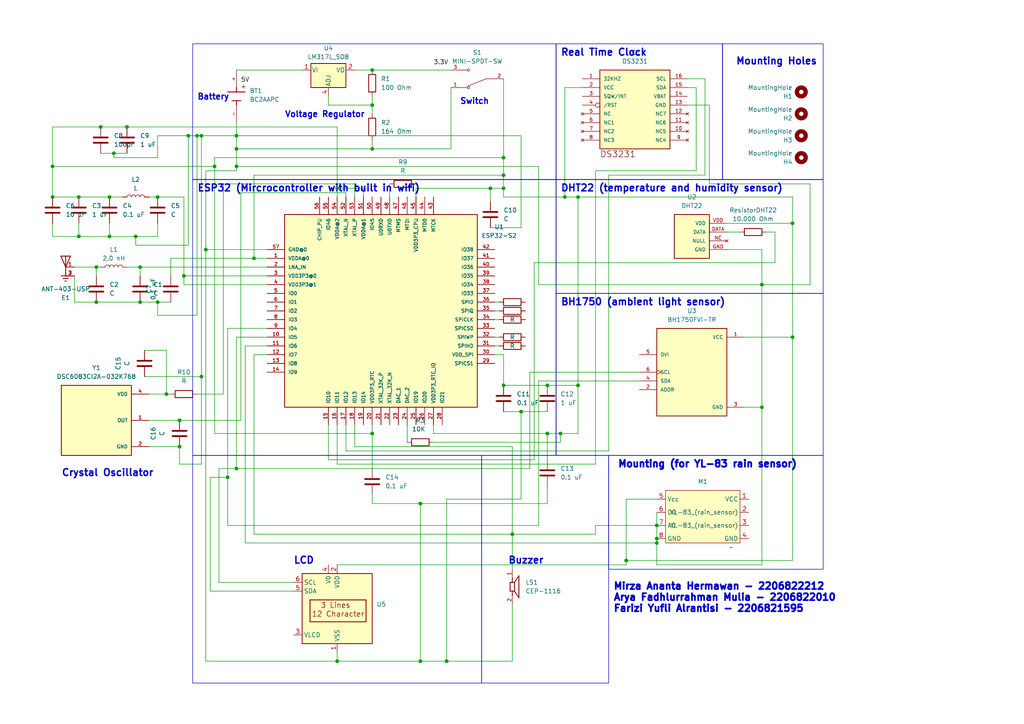
<source format=kicad_sch>
(kicad_sch (version 20230121) (generator eeschema)
  (paper "A4")
  (title_block (title "Portable Battery-Powered Weather Monitoring System") (date "2024-05-29"))
  (lib_symbols
    (symbol "ANT-403-USP:ANT-403-USP" (pin_names (offset 1.016))
      (property "Reference" "E" (at 2.0344 0.7629 0))
      (property "Value" "ANT-403-USP" (at 2.1628 -1.0178 0))
      (symbol "ANT-403-USP_0_0"
        (polyline (pts (xy -1.397 3.175) (xy 0 3.175)) (stroke (width 0.254)))
        (polyline (pts (xy -0.762 -3.302) (xy 0.762 -3.302)) (stroke (width 0.254)))
        (polyline (pts (xy -0.127 -4.064) (xy 0.254 -4.064)) (stroke (width 0.254)))
        (polyline (pts (xy 0 -2.54) (xy -1.27 -2.54)) (stroke (width 0.254)))
        (polyline (pts (xy 0 -2.54) (xy 1.27 -2.54)) (stroke (width 0.254)))
        (polyline (pts (xy 0 0) (xy -1.397 3.175)) (stroke (width 0.254)))
        (polyline (pts (xy 0 0) (xy 0 -2.54)) (stroke (width 0.254)))
        (polyline (pts (xy 0 3.175) (xy 0 0)) (stroke (width 0.254)))
        (polyline (pts (xy 0 3.175) (xy 1.397 3.175)) (stroke (width 0.254)))
        (polyline (pts (xy 1.397 3.175) (xy 0 0)) (stroke (width 0.254)))
        (pin passive line (at -2.54 0 0) (length 2.54) (name "~") (number "1"))
        (pin power_in line (at -2.54 -2.54 0) (length 2.54) (name "~") (number "2"))
        (pin power_in line (at -2.54 -2.54 0) (length 2.54) (name "~") (number "3"))
      )
    )
    (symbol "BC2AAPC:BC2AAPC" (pin_names (offset 1.016))
      (property "Reference" "BT" (at -6.3614 3.8138 0))
      (property "Value" "BC2AAPC" (at -6.3618 -6.3579 0))
      (symbol "BC2AAPC_0_0"
        (polyline (pts (xy -3.302 2.032) (xy -2.286 2.032)) (stroke (width 0.1524)))
        (polyline (pts (xy -2.794 2.54) (xy -2.794 1.524)) (stroke (width 0.1524)))
        (polyline (pts (xy -2.54 0) (xy -1.27 0)) (stroke (width 0.254)))
        (polyline (pts (xy -1.27 0) (xy -1.27 -2.54)) (stroke (width 0.254)))
        (polyline (pts (xy -1.27 2.54) (xy -1.27 0)) (stroke (width 0.254)))
        (polyline (pts (xy 1.27 0) (xy 1.27 -1.27)) (stroke (width 0.254)))
        (polyline (pts (xy 1.27 0) (xy 2.54 0)) (stroke (width 0.254)))
        (polyline (pts (xy 1.27 1.27) (xy 1.27 0)) (stroke (width 0.254)))
        (pin passive line (at -7.62 0 0) (length 5.08) (name "~") (number "+"))
        (pin passive line (at 7.62 0 180) (length 5.08) (name "~") (number "-"))
      )
    )
    (symbol "BH1750FVI-TR:BH1750FVI-TR" (pin_names (offset 1.016))
      (property "Reference" "U" (at -10.1737 13.462 0))
      (property "Value" "BH1750FVI-TR" (at -9.922 -15.24 0))
      (symbol "BH1750FVI-TR_0_0"
        (rectangle (start -10.16 -12.7) (end 10.16 12.7) (stroke (width 0.254)) (fill (type background)))
        (pin power_in line (at 15.24 10.16 180) (length 5.08) (name "VCC") (number "1"))
        (pin input line (at -15.24 -5.08 0) (length 5.08) (name "ADDR") (number "2"))
        (pin power_in line (at 15.24 -10.16 180) (length 5.08) (name "GND") (number "3"))
        (pin bidirectional line (at -15.24 -2.54 0) (length 5.08) (name "SDA") (number "4"))
        (pin input line (at -15.24 5.08 0) (length 5.08) (name "DVI") (number "5"))
        (pin input clock (at -15.24 0 0) (length 5.08) (name "SCL") (number "6"))
      )
    )
    (symbol "CEP-1116:CEP-1116" (pin_names (offset 1.016))
      (property "Reference" "LS" (at -3.8128 8.8965 0))
      (property "Value" "CEP-1116" (at -3.8171 -11.4513 0))
      (symbol "CEP-1116_0_0"
        (polyline (pts (xy -0.635 -1.27) (xy -0.635 1.27)) (stroke (width 0.254)))
        (polyline (pts (xy -0.635 1.27) (xy 0 1.27)) (stroke (width 0.254)))
        (polyline (pts (xy 0 -1.27) (xy -0.635 -1.27)) (stroke (width 0.254)))
        (polyline (pts (xy 0 -1.27) (xy 0 -2.54)) (stroke (width 0.254)))
        (polyline (pts (xy 0 1.27) (xy 0 2.54)) (stroke (width 0.254)))
        (polyline (pts (xy 0 1.27) (xy 0.635 1.27)) (stroke (width 0.254)))
        (polyline (pts (xy 0.635 -1.27) (xy 0 -1.27)) (stroke (width 0.254)))
        (polyline (pts (xy 0.635 1.27) (xy 0.635 -1.27)) (stroke (width 0.254)))
        (polyline (pts (xy 0.635 1.27) (xy 1.905 3.175)) (stroke (width 0.254)))
        (polyline (pts (xy 1.905 -3.175) (xy 0.635 -1.27)) (stroke (width 0.254)))
        (polyline (pts (xy 1.905 3.175) (xy 1.905 -3.175)) (stroke (width 0.254)))
        (pin passive line (at 0 5.08 270) (length 2.54) (name "~") (number "1"))
        (pin passive line (at 0 -5.08 90) (length 2.54) (name "~") (number "2"))
      )
    )
    (symbol "DHT22:DHT22" (pin_names (offset 1.016))
      (property "Reference" "U" (at 0 0 0))
      (property "Value" "DHT22" (at 0 0 0))
      (symbol "DHT22_0_0"
        (rectangle (start 0 0) (end 10.16 12.7) (stroke (width 0.254)) (fill (type background)))
        (pin output line (at 15.24 7.62 180) (length 5.08) (name "DATA") (number "DATA"))
        (pin power_in line (at 15.24 2.54 180) (length 5.08) (name "GND") (number "GND"))
        (pin no_connect line (at 15.24 5.08 180) (length 5.08) (name "NULL") (number "NC"))
        (pin power_in line (at 15.24 10.16 180) (length 5.08) (name "VDD") (number "VDD"))
      )
    )
    (symbol "DS3231:DS3231" (pin_names (offset 1.016))
      (property "Reference" "IC" (at 10.16 15.24 0))
      (property "Value" "DS3231" (at 0 0 0))
      (symbol "DS3231_0_0"
        (rectangle (start -10.16 -10.16) (end 10.16 12.7) (stroke (width 0.254)) (fill (type background)))
        (text "DS3231" (at -10.16 -12.7 0) (effects (font (size 1.778 1.778)) (justify left bottom)))
        (pin output line (at -15.24 10.16 0) (length 5.08) (name "32KHZ") (number "1"))
        (pin no_connect line (at 15.24 -5.08 180) (length 5.08) (name "NC5") (number "10"))
        (pin no_connect line (at 15.24 -2.54 180) (length 5.08) (name "NC6") (number "11"))
        (pin no_connect line (at 15.24 0 180) (length 5.08) (name "NC7") (number "12"))
        (pin power_in line (at 15.24 2.54 180) (length 5.08) (name "GND") (number "13"))
        (pin power_in line (at 15.24 5.08 180) (length 5.08) (name "VBAT") (number "14"))
        (pin bidirectional line (at 15.24 7.62 180) (length 5.08) (name "SDA") (number "15"))
        (pin bidirectional line (at 15.24 10.16 180) (length 5.08) (name "SCL") (number "16"))
        (pin power_in line (at -15.24 7.62 0) (length 5.08) (name "VCC") (number "2"))
        (pin output line (at -15.24 5.08 0) (length 5.08) (name "SQW/INT") (number "3"))
        (pin passive inverted (at -15.24 2.54 0) (length 5.08) (name "/RST") (number "4"))
        (pin no_connect line (at -15.24 0 0) (length 5.08) (name "NC") (number "5"))
        (pin no_connect line (at -15.24 -2.54 0) (length 5.08) (name "NC1") (number "6"))
        (pin no_connect line (at -15.24 -5.08 0) (length 5.08) (name "NC2") (number "7"))
        (pin no_connect line (at -15.24 -7.62 0) (length 5.08) (name "NC3") (number "8"))
        (pin no_connect line (at 15.24 -7.62 180) (length 5.08) (name "NC4") (number "9"))
      )
    )
    (symbol "DSC6083CI2A-032K768:DSC6083CI2A-032K768" (pin_names (offset 1.016))
      (property "Reference" "Y" (at -10.1626 10.9247 0))
      (property "Value" "DSC6083CI2A-032K768" (at -10.1629 -12.7037 0))
      (symbol "DSC6083CI2A-032K768_0_0"
        (rectangle (start -10.16 -10.16) (end 10.16 10.16) (stroke (width 0.254)) (fill (type background)))
        (pin output line (at 15.24 0 180) (length 5.08) (name "OUT") (number "1"))
        (pin power_in line (at 15.24 -7.62 180) (length 5.08) (name "GND") (number "2"))
        (pin power_in line (at 15.24 7.62 180) (length 5.08) (name "VDD") (number "4"))
      )
    )
    (symbol "Device:C" (pin_numbers hide) (pin_names (offset 0.254))
      (property "Reference" "C" (at 0.635 2.54 0))
      (property "Value" "C" (at 0.635 -2.54 0))
      (symbol "C_0_1"
        (polyline (pts (xy -2.032 -0.762) (xy 2.032 -0.762)) (stroke (width 0.508)))
        (polyline (pts (xy -2.032 0.762) (xy 2.032 0.762)) (stroke (width 0.508)))
      )
      (symbol "C_1_1"
        (pin passive line (at 0 3.81 270) (length 2.794) (name "~") (number "1"))
        (pin passive line (at 0 -3.81 90) (length 2.794) (name "~") (number "2"))
      )
    )
    (symbol "Device:L" (pin_numbers hide) (pin_names (offset 1.016) hide)
      (property "Reference" "L" (at -1.27 0 90))
      (property "Value" "L" (at 1.905 0 90))
      (symbol "L_0_1"
        (arc (start 0 -2.54) (mid 0.6323 -1.905) (end 0 -1.27))
        (arc (start 0 -1.27) (mid 0.6323 -0.635) (end 0 0))
        (arc (start 0 0) (mid 0.6323 0.635) (end 0 1.27))
        (arc (start 0 1.27) (mid 0.6323 1.905) (end 0 2.54))
      )
      (symbol "L_1_1"
        (pin passive line (at 0 3.81 270) (length 1.27) (name "1") (number "1"))
        (pin passive line (at 0 -3.81 90) (length 1.27) (name "2") (number "2"))
      )
    )
    (symbol "Device:R" (pin_numbers hide) (pin_names (offset 0))
      (property "Reference" "R" (at 2.032 0 90))
      (property "Value" "R" (at 0 0 90))
      (symbol "R_0_1"
        (rectangle (start -1.016 -2.54) (end 1.016 2.54) (stroke (width 0.254)))
      )
      (symbol "R_1_1"
        (pin passive line (at 0 3.81 270) (length 1.27) (name "~") (number "1"))
        (pin passive line (at 0 -3.81 90) (length 1.27) (name "~") (number "2"))
      )
    )
    (symbol "Display_Character:EA_T123X-I2C"
      (property "Reference" "U" (at -8.89 11.43 0))
      (property "Value" "EA_T123X-I2C" (at 3.556 11.684 0))
      (symbol "EA_T123X-I2C_0_0"
        (rectangle (start -7.874 2.54) (end 8.382 -3.81) (stroke (width 0.254)))
        (text "12 Character" (at -7.366 -1.524 0) (effects (font (size 1.524 1.524)) (justify left)))
        (text "3 Lines" (at -4.826 1.016 0) (effects (font (size 1.524 1.524)) (justify left)))
      )
      (symbol "EA_T123X-I2C_0_1"
        (rectangle (start -10.16 10.16) (end 10.16 -10.16) (stroke (width 0.254)) (fill (type background)))
      )
      (symbol "EA_T123X-I2C_1_1"
        (pin power_in line (at 0 -12.7 90) (length 2.54) (name "VSS") (number "1"))
        (pin power_in line (at 0 12.7 270) (length 2.54) (name "VDD") (number "2"))
        (pin input line (at -12.7 -7.62 0) (length 2.54) (name "VLCD") (number "3"))
        (pin power_in line (at -2.54 12.7 270) (length 2.54) (name "V0") (number "4"))
        (pin bidirectional line (at -12.7 5.08 0) (length 2.54) (name "SDA") (number "5"))
        (pin input line (at -12.7 7.62 0) (length 2.54) (name "SCL") (number "6"))
      )
    )
    (symbol "ESP32-S2:ESP32-S2" (pin_names (offset 1.016))
      (property "Reference" "U" (at -27.94 28.194 0))
      (property "Value" "ESP32-S2" (at -25.4 -30.48 0))
      (symbol "ESP32-S2_0_0"
        (rectangle (start -27.94 -27.94) (end 27.94 27.94) (stroke (width 0.254)) (fill (type background)))
        (pin power_in line (at -33.02 15.24 0) (length 5.08) (name "VDDA@0") (number "1"))
        (pin bidirectional line (at -33.02 -7.62 0) (length 5.08) (name "IO5") (number "10"))
        (pin bidirectional line (at -33.02 -10.16 0) (length 5.08) (name "IO6") (number "11"))
        (pin bidirectional line (at -33.02 -12.7 0) (length 5.08) (name "IO7") (number "12"))
        (pin bidirectional line (at -33.02 -15.24 0) (length 5.08) (name "IO8") (number "13"))
        (pin bidirectional line (at -33.02 -17.78 0) (length 5.08) (name "IO9") (number "14"))
        (pin bidirectional line (at -15.24 -33.02 90) (length 5.08) (name "IO10") (number "15"))
        (pin bidirectional line (at -12.7 -33.02 90) (length 5.08) (name "IO11") (number "16"))
        (pin bidirectional line (at -10.16 -33.02 90) (length 5.08) (name "IO12") (number "17"))
        (pin bidirectional line (at -7.62 -33.02 90) (length 5.08) (name "IO13") (number "18"))
        (pin bidirectional line (at -5.08 -33.02 90) (length 5.08) (name "IO14") (number "19"))
        (pin bidirectional line (at -33.02 12.7 0) (length 5.08) (name "LNA_IN") (number "2"))
        (pin power_in line (at -2.54 -33.02 90) (length 5.08) (name "VDD3P3_RTC") (number "20"))
        (pin bidirectional line (at 0 -33.02 90) (length 5.08) (name "XTAL_32K_P") (number "21"))
        (pin bidirectional line (at 2.54 -33.02 90) (length 5.08) (name "XTAL_32K_N") (number "22"))
        (pin bidirectional line (at 5.08 -33.02 90) (length 5.08) (name "DAC_1") (number "23"))
        (pin bidirectional line (at 7.62 -33.02 90) (length 5.08) (name "DAC_2") (number "24"))
        (pin bidirectional line (at 10.16 -33.02 90) (length 5.08) (name "IO19") (number "25"))
        (pin bidirectional line (at 12.7 -33.02 90) (length 5.08) (name "IO20") (number "26"))
        (pin power_in line (at 15.24 -33.02 90) (length 5.08) (name "VDD3P3_RTC_IO") (number "27"))
        (pin bidirectional line (at 17.78 -33.02 90) (length 5.08) (name "IO21") (number "28"))
        (pin bidirectional line (at 33.02 -15.24 180) (length 5.08) (name "SPICS1") (number "29"))
        (pin power_in line (at -33.02 10.16 0) (length 5.08) (name "VDD3P3@0") (number "3"))
        (pin power_in line (at 33.02 -12.7 180) (length 5.08) (name "VDD_SPI") (number "30"))
        (pin bidirectional line (at 33.02 -10.16 180) (length 5.08) (name "SPIHD") (number "31"))
        (pin bidirectional line (at 33.02 -7.62 180) (length 5.08) (name "SPIWP") (number "32"))
        (pin bidirectional line (at 33.02 -5.08 180) (length 5.08) (name "SPICS0") (number "33"))
        (pin bidirectional line (at 33.02 -2.54 180) (length 5.08) (name "SPICLK") (number "34"))
        (pin bidirectional line (at 33.02 0 180) (length 5.08) (name "SPIQ") (number "35"))
        (pin bidirectional line (at 33.02 2.54 180) (length 5.08) (name "SPID") (number "36"))
        (pin bidirectional line (at 33.02 5.08 180) (length 5.08) (name "IO33") (number "37"))
        (pin bidirectional line (at 33.02 7.62 180) (length 5.08) (name "IO34") (number "38"))
        (pin bidirectional line (at 33.02 10.16 180) (length 5.08) (name "IO35") (number "39"))
        (pin power_in line (at -33.02 7.62 0) (length 5.08) (name "VDD3P3@1") (number "4"))
        (pin bidirectional line (at 33.02 12.7 180) (length 5.08) (name "IO36") (number "40"))
        (pin bidirectional line (at 33.02 15.24 180) (length 5.08) (name "IO37") (number "41"))
        (pin bidirectional line (at 33.02 17.78 180) (length 5.08) (name "IO38") (number "42"))
        (pin bidirectional line (at 15.24 33.02 270) (length 5.08) (name "MTCK") (number "43"))
        (pin bidirectional line (at 12.7 33.02 270) (length 5.08) (name "MTD0") (number "44"))
        (pin power_in line (at 10.16 33.02 270) (length 5.08) (name "VDD3P3_CPU") (number "45"))
        (pin bidirectional line (at 7.62 33.02 270) (length 5.08) (name "MTDI") (number "46"))
        (pin bidirectional line (at 5.08 33.02 270) (length 5.08) (name "MTMS") (number "47"))
        (pin bidirectional line (at 2.54 33.02 270) (length 5.08) (name "U0TXD") (number "48"))
        (pin bidirectional line (at 0 33.02 270) (length 5.08) (name "U0RXD") (number "49"))
        (pin bidirectional line (at -33.02 5.08 0) (length 5.08) (name "IO0") (number "5"))
        (pin bidirectional line (at -2.54 33.02 270) (length 5.08) (name "IO45") (number "50"))
        (pin power_in line (at -5.08 33.02 270) (length 5.08) (name "VDDA@1") (number "51"))
        (pin bidirectional line (at -10.16 33.02 270) (length 5.08) (name "XTAL_N") (number "52"))
        (pin bidirectional line (at -7.62 33.02 270) (length 5.08) (name "XTAL_P") (number "53"))
        (pin power_in line (at -12.7 33.02 270) (length 5.08) (name "VDDA@2") (number "54"))
        (pin input line (at -15.24 33.02 270) (length 5.08) (name "IO46") (number "55"))
        (pin input line (at -17.78 33.02 270) (length 5.08) (name "CHIP_PU") (number "56"))
        (pin power_in line (at -33.02 17.78 0) (length 5.08) (name "GND@0") (number "57"))
        (pin bidirectional line (at -33.02 2.54 0) (length 5.08) (name "IO1") (number "6"))
        (pin bidirectional line (at -33.02 0 0) (length 5.08) (name "IO2") (number "7"))
        (pin bidirectional line (at -33.02 -2.54 0) (length 5.08) (name "IO3") (number "8"))
        (pin bidirectional line (at -33.02 -5.08 0) (length 5.08) (name "IO4") (number "9"))
      )
    )
    (symbol "MINI-SPDT-SW:MINI-SPDT-SW" (pin_names (offset 1.016))
      (property "Reference" "S" (at -2.54 5.08 0))
      (property "Value" "MINI-SPDT-SW" (at -2.54 -5.08 0))
      (symbol "MINI-SPDT-SW_0_0"
        (polyline (pts (xy -2.54 0) (xy -5.08 0)) (stroke (width 0.1524)))
        (polyline (pts (xy -2.54 0) (xy 2.794 2.1336)) (stroke (width 0.1524)))
        (polyline (pts (xy 5.08 -2.54) (xy 2.921 -2.54)) (stroke (width 0.1524)))
        (polyline (pts (xy 5.08 2.54) (xy 2.921 2.54)) (stroke (width 0.1524)))
        (circle (center 2.54 -2.54) (radius 0.3302) (stroke (width 0.1524)))
        (circle (center 2.54 2.54) (radius 0.3302) (stroke (width 0.1524)))
        (pin passive line (at 7.62 2.54 180) (length 2.54) (name "~") (number "1"))
        (pin passive line (at -7.62 0 0) (length 2.54) (name "~") (number "2"))
        (pin passive line (at 7.62 -2.54 180) (length 2.54) (name "~") (number "3"))
      )
    )
    (symbol "Mechanical:MountingHole" (pin_names (offset 1.016))
      (property "Reference" "H" (at 0 5.08 0))
      (property "Value" "MountingHole" (at 0 3.175 0))
      (symbol "MountingHole_0_1"
        (circle (center 0 0) (radius 1.27) (stroke (width 1.27)))
      )
    )
    (symbol "Mounting:Mounting1"
      (property "Reference" "M" (at 0 -1.27 0))
      (symbol "Mounting1_1_1"
        (rectangle (start -11.43 15.24) (end 10.16 0) (fill (type color) (color 255 255 194 1)))
        (pin power_out line (at 12.7 12.7 180) (length 2.54) (name "VCC") (number "1"))
        (pin bidirectional line (at 12.7 8.89 180) (length 2.54) (name "YL-83_(rain_sensor)") (number "2"))
        (pin bidirectional line (at 12.7 5.08 180) (length 2.54) (name "YL-83_(rain_sensor)") (number "3"))
        (pin power_out line (at 12.7 1.27 180) (length 2.54) (name "GND") (number "4"))
        (pin power_in line (at -13.97 12.7 0) (length 2.54) (name "Vcc") (number "5"))
        (pin bidirectional line (at -13.97 8.89 0) (length 2.54) (name "D0") (number "6"))
        (pin bidirectional line (at -13.97 5.08 0) (length 2.54) (name "A0") (number "7"))
        (pin power_in line (at -13.97 1.27 0) (length 2.54) (name "GND") (number "8"))
      )
    )
    (symbol "Regulator_Linear:LM317L_SO8" (pin_names (offset 0.254))
      (property "Reference" "U" (at -3.81 3.175 0))
      (property "Value" "LM317L_SO8" (at 0 3.175 0))
      (symbol "LM317L_SO8_0_1"
        (rectangle (start -5.08 1.905) (end 5.08 -5.08) (stroke (width 0.254)) (fill (type background)))
      )
      (symbol "LM317L_SO8_1_1"
        (pin power_in line (at -7.62 0 0) (length 2.54) (name "VI") (number "1"))
        (pin power_out line (at 7.62 0 180) (length 2.54) (name "VO") (number "2"))
        (pin passive line (at 7.62 0 180) (length 2.54) hide (name "VO") (number "3"))
        (pin input line (at 0 -7.62 90) (length 2.54) (name "ADJ") (number "4"))
        (pin no_connect line (at -5.08 -2.54 0) (length 2.54) hide (name "NC") (number "5"))
        (pin passive line (at 7.62 0 180) (length 2.54) hide (name "VO") (number "6"))
        (pin passive line (at 7.62 0 180) (length 2.54) hide (name "VO") (number "7"))
        (pin no_connect line (at 5.08 -2.54 180) (length 2.54) hide (name "NC") (number "8"))
      )
    )
  )
  (junction (at 45.72 57.15))
  (junction (at 107.95 20.32))
  (junction (at 59.69 72.39))
  (junction (at 167.64 57.15))
  (junction (at 15.24 57.15))
  (junction (at 220.98 118.11))
  (junction (at 48.26 114.3))
  (junction (at 146.05 50.8))
  (junction (at 146.05 45.72))
  (junction (at 121.92 191.77))
  (junction (at 15.24 48.26))
  (junction (at 58.42 109.22))
  (junction (at 62.23 48.26))
  (junction (at 162.56 125.73))
  (junction (at 158.75 111.76))
  (junction (at 151.13 119.38))
  (junction (at 97.79 191.77))
  (junction (at 146.05 54.61))
  (junction (at 68.58 43.18))
  (junction (at 229.87 64.77))
  (junction (at 146.05 111.76))
  (junction (at 167.64 111.76))
  (junction (at 27.94 87.63))
  (junction (at 107.95 30.48))
  (junction (at 68.58 135.89))
  (junction (at 57.15 39.37))
  (junction (at 142.24 54.61))
  (junction (at 163.83 57.15))
  (junction (at 148.59 154.94))
  (junction (at 40.64 87.63))
  (junction (at 45.72 87.63))
  (junction (at 31.75 68.58))
  (junction (at 158.75 125.73))
  (junction (at 53.34 80.01))
  (junction (at 27.94 77.47))
  (junction (at 181.61 162.56))
  (junction (at 107.95 125.73))
  (junction (at 22.86 57.15))
  (junction (at 73.66 74.93))
  (junction (at 190.5 152.4))
  (junction (at 97.79 54.61))
  (junction (at 31.75 57.15))
  (junction (at 190.5 157.48))
  (junction (at 36.83 36.83))
  (junction (at 129.54 191.77))
  (junction (at 39.37 68.58))
  (junction (at 54.61 39.37))
  (junction (at 29.21 36.83))
  (junction (at 52.07 121.92))
  (junction (at 66.04 138.43))
  (junction (at 68.58 48.26))
  (junction (at 107.95 43.18))
  (junction (at 190.5 156.21))
  (junction (at 33.02 44.45))
  (junction (at 229.87 97.79))
  (junction (at 121.92 146.05))
  (junction (at 220.98 82.55))
  (junction (at 40.64 77.47))
  (junction (at 22.86 68.58))
  (junction (at 68.58 39.37))
  (junction (at 58.42 39.37))
  (junction (at 52.07 129.54))
  (wire (pts (xy 215.9 118.11) (xy 220.98 118.11)))
  (wire (pts (xy 58.42 134.62) (xy 52.07 134.62)))
  (wire (pts (xy 45.72 68.58) (xy 45.72 64.77)))
  (wire (pts (xy 146.05 57.15) (xy 163.83 57.15)))
  (wire (pts (xy 45.72 39.37) (xy 45.72 45.72)))
  (wire (pts (xy 220.98 82.55) (xy 220.98 118.11)))
  (wire (pts (xy 31.75 64.77) (xy 31.75 68.58)))
  (wire (pts (xy 107.95 30.48) (xy 107.95 33.02)))
  (wire (pts (xy 68.58 20.32) (xy 87.63 20.32)))
  (wire (pts (xy 62.23 48.26) (xy 62.23 45.72)))
  (wire (pts (xy 129.54 191.77) (xy 148.59 191.77)))
  (wire (pts (xy 68.58 135.89) (xy 153.67 135.89)))
  (wire (pts (xy 158.75 125.73) (xy 158.75 133.35)))
  (wire (pts (xy 143.51 100.33) (xy 144.78 100.33)))
  (wire (pts (xy 68.58 39.37) (xy 68.58 43.18)))
  (wire (pts (xy 64.77 114.3) (xy 57.15 114.3)))
  (wire (pts (xy 53.34 80.01) (xy 53.34 57.15)))
  (wire (pts (xy 48.26 114.3) (xy 49.53 114.3)))
  (wire (pts (xy 22.86 57.15) (xy 31.75 57.15)))
  (wire (pts (xy 168.91 25.4) (xy 163.83 25.4)))
  (wire (pts (xy 129.54 144.78) (xy 129.54 191.77)))
  (wire (pts (xy 201.93 49.53) (xy 172.72 49.53)))
  (wire (pts (xy 172.72 152.4) (xy 172.72 154.94)))
  (wire (pts (xy 66.04 152.4) (xy 156.21 152.4)))
  (wire (pts (xy 68.58 48.26) (xy 156.21 48.26)))
  (wire (pts (xy 204.47 50.8) (xy 176.53 50.8)))
  (wire (pts (xy 146.05 50.8) (xy 146.05 45.72)))
  (wire (pts (xy 190.5 144.78) (xy 181.61 144.78)))
  (wire (pts (xy 199.39 30.48) (xy 205.74 30.48)))
  (wire (pts (xy 63.5 168.91) (xy 63.5 135.89)))
  (wire (pts (xy 148.59 154.94) (xy 73.66 154.94)))
  (wire (pts (xy 151.13 66.04) (xy 151.13 39.37)))
  (wire (pts (xy 121.92 191.77) (xy 129.54 191.77)))
  (wire (pts (xy 77.47 80.01) (xy 53.34 80.01)))
  (wire (pts (xy 58.42 39.37) (xy 68.58 39.37)))
  (wire (pts (xy 172.72 49.53) (xy 172.72 134.62)))
  (wire (pts (xy 181.61 163.83) (xy 181.61 162.56)))
  (wire (pts (xy 158.75 146.05) (xy 158.75 140.97)))
  (wire (pts (xy 22.86 64.77) (xy 22.86 68.58)))
  (wire (pts (xy 158.75 111.76) (xy 146.05 111.76)))
  (wire (pts (xy 40.64 77.47) (xy 77.47 77.47)))
  (wire (pts (xy 102.87 123.19) (xy 102.87 129.54)))
  (wire (pts (xy 190.5 163.83) (xy 220.98 163.83)))
  (wire (pts (xy 146.05 119.38) (xy 151.13 119.38)))
  (wire (pts (xy 234.95 53.34) (xy 234.95 82.55)))
  (wire (pts (xy 58.42 109.22) (xy 58.42 134.62)))
  (wire (pts (xy 100.33 130.81) (xy 100.33 123.19)))
  (wire (pts (xy 45.72 91.44) (xy 57.15 91.44)))
  (wire (pts (xy 45.72 45.72) (xy 33.02 45.72)))
  (wire (pts (xy 45.72 87.63) (xy 45.72 91.44)))
  (wire (pts (xy 36.83 36.83) (xy 97.79 36.83)))
  (wire (pts (xy 167.64 111.76) (xy 167.64 125.73)))
  (wire (pts (xy 29.21 77.47) (xy 27.94 77.47)))
  (wire (pts (xy 68.58 43.18) (xy 68.58 48.26)))
  (wire (pts (xy 120.65 54.61) (xy 142.24 54.61)))
  (wire (pts (xy 181.61 162.56) (xy 229.87 162.56)))
  (wire (pts (xy 151.13 119.38) (xy 151.13 144.78)))
  (wire (pts (xy 33.02 44.45) (xy 33.02 45.72)))
  (wire (pts (xy 41.91 109.22) (xy 58.42 109.22)))
  (wire (pts (xy 29.21 36.83) (xy 36.83 36.83)))
  (wire (pts (xy 97.79 191.77) (xy 121.92 191.77)))
  (wire (pts (xy 21.59 80.01) (xy 21.59 87.63)))
  (wire (pts (xy 68.58 48.26) (xy 68.58 49.53)))
  (wire (pts (xy 21.59 77.47) (xy 27.94 77.47)))
  (wire (pts (xy 107.95 43.18) (xy 68.58 43.18)))
  (wire (pts (xy 162.56 125.73) (xy 167.64 125.73)))
  (wire (pts (xy 151.13 39.37) (xy 68.58 39.37)))
  (wire (pts (xy 190.5 157.48) (xy 190.5 163.83)))
  (wire (pts (xy 107.95 125.73) (xy 107.95 135.89)))
  (wire (pts (xy 54.61 39.37) (xy 57.15 39.37)))
  (wire (pts (xy 27.94 77.47) (xy 27.94 80.01)))
  (wire (pts (xy 220.98 82.55) (xy 234.95 82.55)))
  (wire (pts (xy 201.93 25.4) (xy 201.93 49.53)))
  (wire (pts (xy 190.5 157.48) (xy 71.12 157.48)))
  (wire (pts (xy 158.75 125.73) (xy 162.56 125.73)))
  (wire (pts (xy 199.39 25.4) (xy 201.93 25.4)))
  (wire (pts (xy 210.82 72.39) (xy 220.98 72.39)))
  (wire (pts (xy 148.59 154.94) (xy 148.59 129.54)))
  (wire (pts (xy 39.37 68.58) (xy 39.37 71.12)))
  (wire (pts (xy 69.85 55.88) (xy 69.85 121.92)))
  (wire (pts (xy 97.79 134.62) (xy 97.79 123.19)))
  (wire (pts (xy 220.98 72.39) (xy 220.98 82.55)))
  (wire (pts (xy 62.23 48.26) (xy 15.24 48.26)))
  (wire (pts (xy 73.66 102.87) (xy 77.47 102.87)))
  (wire (pts (xy 167.64 57.15) (xy 229.87 57.15)))
  (wire (pts (xy 60.96 138.43) (xy 66.04 138.43)))
  (wire (pts (xy 39.37 68.58) (xy 45.72 68.58)))
  (wire (pts (xy 60.96 171.45) (xy 60.96 138.43)))
  (wire (pts (xy 143.51 92.71) (xy 144.78 92.71)))
  (wire (pts (xy 143.51 87.63) (xy 144.78 87.63)))
  (wire (pts (xy 95.25 123.19) (xy 95.25 133.35)))
  (wire (pts (xy 40.64 77.47) (xy 40.64 80.01)))
  (wire (pts (xy 125.73 125.73) (xy 125.73 123.19)))
  (wire (pts (xy 146.05 45.72) (xy 146.05 22.86)))
  (wire (pts (xy 66.04 95.25) (xy 77.47 95.25)))
  (wire (pts (xy 49.53 74.93) (xy 49.53 80.01)))
  (wire (pts (xy 146.05 111.76) (xy 146.05 102.87)))
  (wire (pts (xy 222.25 67.31) (xy 224.79 67.31)))
  (wire (pts (xy 146.05 102.87) (xy 143.51 102.87)))
  (wire (pts (xy 53.34 82.55) (xy 53.34 80.01)))
  (wire (pts (xy 154.94 76.2) (xy 154.94 133.35)))
  (wire (pts (xy 69.85 55.88) (xy 100.33 55.88)))
  (wire (pts (xy 156.21 110.49) (xy 156.21 152.4)))
  (wire (pts (xy 156.21 82.55) (xy 156.21 48.26)))
  (wire (pts (xy 85.09 168.91) (xy 63.5 168.91)))
  (wire (pts (xy 176.53 50.8) (xy 176.53 130.81)))
  (wire (pts (xy 107.95 40.64) (xy 107.95 43.18)))
  (wire (pts (xy 73.66 74.93) (xy 77.47 74.93)))
  (wire (pts (xy 153.67 107.95) (xy 153.67 135.89)))
  (wire (pts (xy 45.72 39.37) (xy 54.61 39.37)))
  (wire (pts (xy 142.24 54.61) (xy 146.05 54.61)))
  (wire (pts (xy 15.24 48.26) (xy 15.24 57.15)))
  (wire (pts (xy 148.59 129.54) (xy 102.87 129.54)))
  (wire (pts (xy 15.24 68.58) (xy 22.86 68.58)))
  (wire (pts (xy 190.5 152.4) (xy 190.5 148.59)))
  (wire (pts (xy 113.03 53.34) (xy 113.03 57.15)))
  (wire (pts (xy 36.83 77.47) (xy 40.64 77.47)))
  (wire (pts (xy 68.58 135.89) (xy 68.58 97.79)))
  (wire (pts (xy 190.5 156.21) (xy 190.5 152.4)))
  (wire (pts (xy 59.69 72.39) (xy 77.47 72.39)))
  (wire (pts (xy 121.92 146.05) (xy 121.92 191.77)))
  (wire (pts (xy 15.24 36.83) (xy 15.24 48.26)))
  (wire (pts (xy 71.12 157.48) (xy 71.12 100.33)))
  (wire (pts (xy 39.37 71.12) (xy 54.61 71.12)))
  (wire (pts (xy 210.82 64.77) (xy 229.87 64.77)))
  (wire (pts (xy 220.98 118.11) (xy 220.98 163.83)))
  (wire (pts (xy 97.79 36.83) (xy 97.79 54.61)))
  (wire (pts (xy 29.21 44.45) (xy 33.02 44.45)))
  (wire (pts (xy 85.09 171.45) (xy 60.96 171.45)))
  (wire (pts (xy 73.66 154.94) (xy 73.66 102.87)))
  (wire (pts (xy 64.77 53.34) (xy 64.77 114.3)))
  (wire (pts (xy 68.58 97.79) (xy 77.47 97.79)))
  (wire (pts (xy 107.95 143.51) (xy 107.95 146.05)))
  (wire (pts (xy 121.92 146.05) (xy 158.75 146.05)))
  (wire (pts (xy 73.66 50.8) (xy 73.66 74.93)))
  (wire (pts (xy 15.24 64.77) (xy 15.24 68.58)))
  (wire (pts (xy 229.87 97.79) (xy 229.87 162.56)))
  (wire (pts (xy 31.75 57.15) (xy 35.56 57.15)))
  (wire (pts (xy 97.79 163.83) (xy 181.61 163.83)))
  (wire (pts (xy 118.11 123.19) (xy 118.11 128.27)))
  (wire (pts (xy 176.53 130.81) (xy 100.33 130.81)))
  (wire (pts (xy 125.73 128.27) (xy 162.56 128.27)))
  (wire (pts (xy 210.82 67.31) (xy 214.63 67.31)))
  (wire (pts (xy 148.59 175.26) (xy 148.59 191.77)))
  (wire (pts (xy 205.74 30.48) (xy 205.74 53.34)))
  (wire (pts (xy 97.79 189.23) (xy 97.79 191.77)))
  (wire (pts (xy 33.02 44.45) (xy 36.83 44.45)))
  (wire (pts (xy 107.95 146.05) (xy 121.92 146.05)))
  (wire (pts (xy 153.67 107.95) (xy 185.42 107.95)))
  (wire (pts (xy 151.13 119.38) (xy 158.75 119.38)))
  (wire (pts (xy 97.79 191.77) (xy 59.69 191.77)))
  (wire (pts (xy 48.26 101.6) (xy 48.26 114.3)))
  (wire (pts (xy 224.79 76.2) (xy 154.94 76.2)))
  (wire (pts (xy 107.95 20.32) (xy 130.81 20.32)))
  (wire (pts (xy 199.39 22.86) (xy 204.47 22.86)))
  (wire (pts (xy 102.87 20.32) (xy 107.95 20.32)))
  (wire (pts (xy 142.24 54.61) (xy 142.24 58.42)))
  (wire (pts (xy 146.05 54.61) (xy 146.05 57.15)))
  (wire (pts (xy 143.51 97.79) (xy 144.78 97.79)))
  (wire (pts (xy 107.95 125.73) (xy 62.23 125.73)))
  (wire (pts (xy 22.86 68.58) (xy 31.75 68.58)))
  (wire (pts (xy 107.95 43.18) (xy 130.81 43.18)))
  (wire (pts (xy 77.47 82.55) (xy 53.34 82.55)))
  (wire (pts (xy 130.81 25.4) (xy 130.81 43.18)))
  (wire (pts (xy 172.72 154.94) (xy 148.59 154.94)))
  (wire (pts (xy 158.75 111.76) (xy 167.64 111.76)))
  (wire (pts (xy 43.18 57.15) (xy 45.72 57.15)))
  (wire (pts (xy 162.56 128.27) (xy 162.56 125.73)))
  (wire (pts (xy 156.21 110.49) (xy 185.42 110.49)))
  (wire (pts (xy 146.05 50.8) (xy 146.05 54.61)))
  (wire (pts (xy 43.18 121.92) (xy 52.07 121.92)))
  (wire (pts (xy 205.74 53.34) (xy 234.95 53.34)))
  (wire (pts (xy 172.72 134.62) (xy 97.79 134.62)))
  (wire (pts (xy 48.26 101.6) (xy 41.91 101.6)))
  (wire (pts (xy 29.21 36.83) (xy 15.24 36.83)))
  (wire (pts (xy 102.87 57.15) (xy 102.87 53.34)))
  (wire (pts (xy 53.34 57.15) (xy 45.72 57.15)))
  (wire (pts (xy 158.75 125.73) (xy 125.73 125.73)))
  (wire (pts (xy 59.69 49.53) (xy 59.69 72.39)))
  (wire (pts (xy 163.83 25.4) (xy 163.83 57.15)))
  (wire (pts (xy 31.75 68.58) (xy 39.37 68.58)))
  (wire (pts (xy 142.24 66.04) (xy 151.13 66.04)))
  (wire (pts (xy 15.24 57.15) (xy 22.86 57.15)))
  (wire (pts (xy 27.94 87.63) (xy 40.64 87.63)))
  (wire (pts (xy 97.79 54.61) (xy 105.41 54.61)))
  (wire (pts (xy 58.42 39.37) (xy 58.42 109.22)))
  (wire (pts (xy 151.13 144.78) (xy 129.54 144.78)))
  (wire (pts (xy 40.64 87.63) (xy 45.72 87.63)))
  (wire (pts (xy 229.87 64.77) (xy 229.87 97.79)))
  (wire (pts (xy 100.33 55.88) (xy 100.33 57.15)))
  (wire (pts (xy 21.59 87.63) (xy 27.94 87.63)))
  (wire (pts (xy 43.18 129.54) (xy 52.07 129.54)))
  (wire (pts (xy 68.58 35.56) (xy 68.58 39.37)))
  (wire (pts (xy 107.95 27.94) (xy 107.95 30.48)))
  (wire (pts (xy 190.5 152.4) (xy 172.72 152.4)))
  (wire (pts (xy 97.79 54.61) (xy 97.79 57.15)))
  (wire (pts (xy 66.04 152.4) (xy 66.04 138.43)))
  (wire (pts (xy 229.87 57.15) (xy 229.87 64.77)))
  (wire (pts (xy 120.65 57.15) (xy 120.65 54.61)))
  (wire (pts (xy 95.25 30.48) (xy 107.95 30.48)))
  (wire (pts (xy 105.41 54.61) (xy 105.41 57.15)))
  (wire (pts (xy 71.12 100.33) (xy 77.47 100.33)))
  (wire (pts (xy 52.07 129.54) (xy 52.07 134.62)))
  (wire (pts (xy 190.5 157.48) (xy 190.5 156.21)))
  (wire (pts (xy 148.59 165.1) (xy 148.59 154.94)))
  (wire (pts (xy 57.15 39.37) (xy 57.15 91.44)))
  (wire (pts (xy 68.58 49.53) (xy 59.69 49.53)))
  (wire (pts (xy 204.47 22.86) (xy 204.47 50.8)))
  (wire (pts (xy 95.25 133.35) (xy 154.94 133.35)))
  (wire (pts (xy 220.98 82.55) (xy 156.21 82.55)))
  (wire (pts (xy 107.95 123.19) (xy 107.95 125.73)))
  (wire (pts (xy 224.79 67.31) (xy 224.79 76.2)))
  (wire (pts (xy 52.07 121.92) (xy 69.85 121.92)))
  (wire (pts (xy 62.23 125.73) (xy 62.23 48.26)))
  (wire (pts (xy 215.9 97.79) (xy 229.87 97.79)))
  (wire (pts (xy 45.72 87.63) (xy 49.53 87.63)))
  (wire (pts (xy 63.5 135.89) (xy 68.58 135.89)))
  (wire (pts (xy 57.15 39.37) (xy 58.42 39.37)))
  (wire (pts (xy 54.61 39.37) (xy 54.61 71.12)))
  (wire (pts (xy 43.18 114.3) (xy 48.26 114.3)))
  (wire (pts (xy 167.64 57.15) (xy 167.64 111.76)))
  (wire (pts (xy 143.51 90.17) (xy 144.78 90.17)))
  (wire (pts (xy 95.25 27.94) (xy 95.25 30.48)))
  (wire (pts (xy 181.61 144.78) (xy 181.61 162.56)))
  (wire (pts (xy 102.87 53.34) (xy 64.77 53.34)))
  (wire (pts (xy 163.83 57.15) (xy 167.64 57.15)))
  (wire (pts (xy 66.04 138.43) (xy 66.04 95.25)))
  (wire (pts (xy 73.66 50.8) (xy 146.05 50.8)))
  (wire (pts (xy 59.69 191.77) (xy 59.69 72.39)))
  (wire (pts (xy 146.05 45.72) (xy 62.23 45.72)))
  (wire (pts (xy 49.53 74.93) (xy 73.66 74.93)))
  (rectangle (start 55.88 12.7) (end 161.29 52.07))
  (rectangle (start 161.29 52.07) (end 238.76 85.09))
  (rectangle (start 161.29 12.7) (end 209.55 52.07))
  (rectangle (start 161.29 85.09) (end 238.76 132.08))
  (rectangle (start 55.88 52.07) (end 161.29 132.08))
  (rectangle (start 139.7 132.08) (end 176.53 198.12))
  (rectangle (start 55.88 132.08) (end 139.7 198.12))
  (rectangle (start 209.55 12.7) (end 238.76 52.07))
  (rectangle (start 176.53 132.08) (end 238.76 165.1))
  (text "DHT22 (temperature and humidity sensor)\n" (at 162.56 55.88 0) (effects (font (size 2 2) (thickness 0.4) bold) (justify left bottom)))
  (text "Mirza Ananta Hermawan - 2206822212\nArya Fadhlurrahman Mulia - 2206822010 \nFarizi Yufli Alrantisi - 2206821595 \n" (at 177.8 177.8 0) (effects (font (size 2 2) (thickness 1) bold) (justify left bottom)))
  (text "Mounting Holes" (at 213.36 19.05 0) (effects (font (size 2 2) (thickness 0.4) bold) (justify left bottom)))
  (text "BH1750 (ambient light sensor)\n" (at 162.56 88.9 0) (effects (font (size 2 2) (thickness 0.4) bold) (justify left bottom)))
  (text "Crystal Oscillator" (at 17.78 138.43 0) (effects (font (size 2 2) (thickness 0.4) bold) (justify left bottom)))
  (text "Mounting (for YL-83 rain sensor)" (at 179.07 135.89 0) (effects (font (size 2 2) (thickness 1) bold) (justify left bottom)))
  (text "Voltage Regulator" (at 82.55 34.29 0) (effects (font (size 1.7 1.7) (thickness 0.34) bold) (justify left bottom)))
  (text "Buzzer" (at 147.32 163.83 0) (effects (font (size 2 2) (thickness 0.4) bold) (justify left bottom)))
  (text "Battery" (at 57.15 29.21 0) (effects (font (size 1.7 1.7) (thickness 0.34) bold) (justify left bottom)))
  (text "LCD" (at 85.09 163.83 0) (effects (font (size 2 2) (thickness 0.4) bold) (justify left bottom)))
  (text "Switch" (at 133.35 30.48 0) (effects (font (size 1.7 1.7) (thickness 0.34) bold) (justify left bottom)))
  (text "Real Time Clock\n" (at 162.56 16.51 0) (effects (font (size 2 2) (thickness 0.4) bold) (justify left bottom)))
  (text "ESP32 (Mircrocontroller with built in wifi)" (at 57.15 55.88 0) (effects (font (size 2 2) (thickness 0.4) bold) (justify left bottom)))
  (label "3.3V" (at 125.73 19.05 0))
  (label "5V" (at 69.85 24.13 0))
  (symbol (lib_id "DSC6083CI2A-032K768:DSC6083CI2A-032K768") (at 27.94 121.92 0) (unit 1)
    (property "Reference" "Y1" (at 27.94 106.68 0))
    (property "Value" "DSC6083CI2A-032K768" (at 27.94 109.22 0))
    (property "Footprint" "DSC6083CI2A-032K768:OSC_DSC6083CI2A-032K768" (effects hide))
    (property "MF" "Microchip" (effects hide))
    (property "Description" "\n32.768 kHz XO (Standard) CMOS Oscillator 1.71V ~ 3.63V 4-SMD, No Lead\n" (effects hide))
    (property "Package" "SMD-4 Microchip" (effects hide))
    (property "Price" "None" (effects hide))
    (property "Check_prices" "https://www.snapeda.com/parts/DSC6083CI2A-032K768/Microchip/view-part/?ref=eda" (effects hide))
    (property "STANDARD" "Manufacturer Recommendations" (effects hide))
    (property "PARTREV" "B" (effects hide))
    (property "SnapEDA_Link" "https://www.snapeda.com/parts/DSC6083CI2A-032K768/Microchip/view-part/?ref=snap" (effects hide))
    (property "MP" "DSC6083CI2A-032K768" (effects hide))
    (property "Availability" "In Stock" (effects hide))
    (property "MANUFACTURER" "MICROCHIP" (effects hide))
  )
  (symbol (lib_id "Device:C") (at 52.07 125.73 180) (unit 1)
    (property "Reference" "C16" (at 44.45 125.73 90))
    (property "Value" "C" (at 46.99 125.73 90))
    (property "Footprint" "Inductor_SMD:L_1206_3216Metric" (effects hide))
  )
  (symbol (lib_id "DHT22:DHT22") (at 195.58 74.93 0) (unit 1)
    (property "Reference" "U2" (at 200.66 57.15 0))
    (property "Value" "DHT22" (at 200.66 59.69 0))
    (property "Footprint" "DHT22:DHT22" (effects hide))
    (property "MF" "Aosong Electronics" (effects hide))
    (property "Description" "\nCapacitive-type humidity and temperature module/sensor\n" (effects hide))
    (property "Package" "Package" (effects hide))
    (property "Price" "None" (effects hide))
    (property "SnapEDA_Link" "https://www.snapeda.com/parts/DHT22/Aosong+Electronics/view-part/?ref=snap" (effects hide))
    (property "MP" "DHT22" (effects hide))
    (property "Availability" "Not in stock" (effects hide))
    (property "Check_prices" "https://www.snapeda.com/parts/DHT22/Aosong+Electronics/view-part/?ref=eda" (effects hide))
  )
  (symbol (lib_id "Device:R") (at 148.59 92.71 90) (unit 1)
    (property "Reference" "R6" (effects hide))
    (property "Value" "R" (at 148.59 92.71 90))
    (property "Footprint" "Resistor_SMD:R_0201_0603Metric" (effects hide))
  )
  (symbol (lib_id "Device:C") (at 49.53 83.82 180) (unit 1)
    (property "Reference" "C7" (at 43.18 83.82 90))
    (property "Value" "0.1 uF" (at 44.45 83.82 90))
    (property "Footprint" "Inductor_SMD:L_1206_3216Metric" (effects hide))
  )
  (symbol (lib_id "ESP32-S2:ESP32-S2") (at 110.49 90.17 0) (unit 1)
    (property "Reference" "U1" (at 144.78 65.8113 0))
    (property "Value" "ESP32-S2" (at 144.78 68.3513 0))
    (property "Footprint" "ESP32-S2:QFN40P700X700X90-57T400N" (effects hide))
    (property "MANUFACTURER_NAME" "Espressif Systems" (effects hide))
    (property "MF" "Espressif Systems" (effects hide))
    (property "DESCRIPTION" "WiFi Modules (802.11) SMD IC WiFi 56 Pin Single Core" (effects hide))
    (property "PACKAGE" "QFN-56" (effects hide))
    (property "Price" "None" (effects hide))
    (property "Package" "QFN-56 Espressif Systems" (effects hide))
    (property "Check_prices" "https://www.snapeda.com/parts/ESP32-S2/Espressif+Systems/view-part/?ref=eda" (effects hide))
    (property "MANUFACTURER_PART_NUMBE" "ESP32-S2" (effects hide))
    (property "SnapEDA_Link" "https://www.snapeda.com/parts/ESP32-S2/Espressif+Systems/view-part/?ref=snap" (effects hide))
    (property "MP" "ESP32-S2" (effects hide))
    (property "Availability" "In Stock" (effects hide))
    (property "Description" "\nWiFi 802.11b/g/n Transceiver Module 2.412GHz ~ 2.484GHz Antenna Not Included Surface Mount\n" (effects hide))
  )
  (symbol (lib_id "Device:C") (at 15.24 60.96 0) (unit 1)
    (property "Reference" "C6" (at 19.05 59.69 0) (effects (justify left)))
    (property "Value" "10 uF" (at 19.05 62.23 0) (effects (justify left)))
    (property "Footprint" "Inductor_SMD:L_1206_3216Metric" (effects hide))
  )
  (symbol (lib_id "Device:C") (at 29.21 40.64 0) (unit 1)
    (property "Reference" "C8" (at 33.02 39.37 0) (effects (justify left)))
    (property "Value" "100pF" (at 33.02 41.91 0) (effects (justify left)))
    (property "Footprint" "Inductor_SMD:L_1206_3216Metric" (effects hide))
  )
  (symbol (lib_id "BH1750FVI-TR:BH1750FVI-TR") (at 200.66 107.95 0) (unit 1)
    (property "Reference" "U3" (at 200.66 90.17 0))
    (property "Value" "BH1750FVI-TR" (at 200.66 92.71 0))
    (property "Footprint" "BH1750FVI-TR:XDCR_BH1750FVI-TR" (effects hide))
    (property "MF" "Rohm" (effects hide))
    (property "MAXIMUM_PACKAGE_HEIGHT" "0.75mm" (effects hide))
    (property "Package" "SMD-6 ROHM Semiconductor" (effects hide))
    (property "Price" "None" (effects hide))
    (property "Check_prices" "https://www.snapeda.com/parts/BH1750FVI-TR/Rohm/view-part/?ref=eda" (effects hide))
    (property "STANDARD" "Manufacturer recommendations" (effects hide))
    (property "PARTREV" "D" (effects hide))
    (property "SnapEDA_Link" "https://www.snapeda.com/parts/BH1750FVI-TR/Rohm/view-part/?ref=snap" (effects hide))
    (property "MP" "BH1750FVI-TR" (effects hide))
    (property "Description" "\nOptical Sensor Ambient 560nm I2C 6-SMD, Flat Lead Exposed Pad\n" (effects hide))
    (property "Availability" "In Stock" (effects hide))
    (property "MANUFACTURER" "Rohm" (effects hide))
  )
  (symbol (lib_id "Device:C") (at 27.94 83.82 0) (unit 1)
    (property "Reference" "C2" (at 31.75 82.55 0) (effects (justify left)))
    (property "Value" "C" (at 31.75 85.09 0) (effects (justify left)))
    (property "Footprint" "Inductor_SMD:L_1206_3216Metric" (effects hide))
  )
  (symbol (lib_id "Device:C") (at 158.75 115.57 0) (unit 1)
    (property "Reference" "C12" (at 162.56 114.3 0) (effects (justify left)))
    (property "Value" "1 uF" (at 162.56 116.84 0) (effects (justify left)))
    (property "Footprint" "Inductor_SMD:L_1206_3216Metric" (effects hide))
  )
  (symbol (lib_id "Device:C") (at 158.75 137.16 0) (unit 1)
    (property "Reference" "C13" (at 162.56 135.89 0) (effects (justify left)))
    (property "Value" "0.1 uF" (at 162.56 138.43 0) (effects (justify left)))
    (property "Footprint" "Inductor_SMD:L_1206_3216Metric" (effects hide))
  )
  (symbol (lib_id "Device:C") (at 31.75 60.96 0) (unit 1)
    (property "Reference" "C4" (at 35.56 59.69 0) (effects (justify left)))
    (property "Value" "0.1 uF" (at 35.56 62.23 0) (effects (justify left)))
    (property "Footprint" "Inductor_SMD:L_1206_3216Metric" (effects hide))
  )
  (symbol (lib_id "Device:R") (at 148.59 100.33 90) (unit 1)
    (property "Reference" "R8" (effects hide))
    (property "Value" "R" (at 148.59 100.33 90))
    (property "Footprint" "Resistor_SMD:R_0201_0603Metric" (effects hide))
  )
  (symbol (lib_id "Mounting:Mounting1") (at 204.47 157.48 0) (unit 1)
    (property "Reference" "M1" (at 203.835 139.7 0))
    (property "Value" "~" (at 212.09 158.75 0))
    (property "Footprint" "Mounting Library1:Mounting1" (effects hide))
  )
  (symbol (lib_id "Device:R") (at 107.95 24.13 180) (unit 1)
    (property "Reference" "R1" (at 110.49 22.86 0) (effects (justify right)))
    (property "Value" "100 Ohm" (at 110.49 25.4 0) (effects (justify right)))
    (property "Footprint" "Resistor_SMD:R_0201_0603Metric" (effects hide))
  )
  (symbol (lib_id "Device:L") (at 33.02 77.47 90) (unit 1)
    (property "Reference" "L1" (at 33.02 72.39 90))
    (property "Value" "2.0 nH" (at 33.02 74.93 90))
    (property "Footprint" "Inductor_SMD:L_1206_3216Metric" (effects hide))
  )
  (symbol (lib_id "Display_Character:EA_T123X-I2C") (at 97.79 176.53 0) (unit 1)
    (property "Reference" "U5" (at 109.22 175.26 0) (effects (justify left)))
    (property "Value" "EA_T123X-I2C" (effects hide))
    (property "Footprint" "Display:EA_T123X-I2C" (effects hide))
    (property "Datasheet" "http://www.lcd-module.de/pdf/doma/t123-i2c.pdf" (effects hide))
  )
  (symbol (lib_id "Device:R") (at 148.59 87.63 90) (unit 1)
    (property "Reference" "R4" (effects hide))
    (property "Value" "R" (effects hide))
    (property "Footprint" "Resistor_SMD:R_0201_0603Metric" (effects hide))
  )
  (symbol (lib_id "Mechanical:MountingHole") (at 232.41 39.37 180) (unit 1)
    (property "Reference" "H3" (at 229.87 40.64 0) (effects (justify left)))
    (property "Value" "MountingHole" (at 229.87 38.1 0) (effects (justify left)))
    (property "Footprint" "MountingHole:MountingHole_2.1mm" (effects hide))
  )
  (symbol (lib_id "Device:R") (at 218.44 67.31 90) (unit 1)
    (property "Reference" "ResistorDHT22" (at 218.44 60.96 90))
    (property "Value" "10.000 Ohm" (at 218.44 63.5 90))
    (property "Footprint" "Resistor_SMD:R_0201_0603Metric" (effects hide))
  )
  (symbol (lib_id "Device:R") (at 116.84 53.34 270) (unit 1)
    (property "Reference" "R9" (at 116.84 46.99 90))
    (property "Value" "R" (at 116.84 49.53 90))
    (property "Footprint" "Resistor_SMD:R_0201_0603Metric" (effects hide))
  )
  (symbol (lib_id "Device:C") (at 45.72 60.96 0) (unit 1)
    (property "Reference" "C5" (at 49.53 59.69 0) (effects (justify left)))
    (property "Value" "C" (at 49.53 62.23 0) (effects (justify left)))
    (property "Footprint" "Inductor_SMD:L_1206_3216Metric" (effects hide))
  )
  (symbol (lib_id "ANT-403-USP:ANT-403-USP") (at 19.05 77.47 0) (mirror y) (unit 1)
    (property "Reference" "E1" (at 19.05 86.36 0))
    (property "Value" "ANT-403-USP" (at 19.05 83.82 0))
    (property "Footprint" "ANT-403-USP:XDCR_ANT-403-USP" (effects hide))
    (property "MF" "Linx Technologies" (effects hide))
    (property "MAXIMUM_PACKAGE_HEIGHT" "2.62 mm" (effects hide))
    (property "Package" "None" (effects hide))
    (property "Price" "None" (effects hide))
    (property "Check_prices" "https://www.snapeda.com/parts/ANT-403-USP/Linx/view-part/?ref=eda" (effects hide))
    (property "STANDARD" "Manufacturer Recommendations" (effects hide))
    (property "PARTREV" "1/3/2017" (effects hide))
    (property "SnapEDA_Link" "https://www.snapeda.com/parts/ANT-403-USP/Linx/view-part/?ref=snap" (effects hide))
    (property "MP" "ANT-403-USP" (effects hide))
    (property "Purchase-URL" "https://www.snapeda.com/api/url_track_click_mouser/?unipart_id=2739040&manufacturer=Linx Technologies&part_name=ANT-403-USP&search_term=antenna" (effects hide))
    (property "Description" "\n403 MHz Monopole Chip Antenna\n" (effects hide))
    (property "Availability" "In Stock" (effects hide))
    (property "MANUFACTURER" "Linx" (effects hide))
  )
  (symbol (lib_id "Device:R") (at 121.92 128.27 90) (unit 1)
    (property "Reference" "R3" (at 121.92 121.92 90))
    (property "Value" "10K " (at 121.92 124.46 90))
    (property "Footprint" "Resistor_SMD:R_0201_0603Metric" (effects hide))
  )
  (symbol (lib_id "Device:C") (at 41.91 105.41 180) (unit 1)
    (property "Reference" "C15" (at 34.29 105.41 90))
    (property "Value" "C" (at 36.83 105.41 90))
    (property "Footprint" "Inductor_SMD:L_1206_3216Metric" (effects hide))
  )
  (symbol (lib_id "CEP-1116:CEP-1116") (at 148.59 170.18 0) (unit 1)
    (property "Reference" "LS1" (at 152.4 168.91 0) (effects (justify left)))
    (property "Value" "CEP-1116" (at 152.4 171.45 0) (effects (justify left)))
    (property "Footprint" "CEP-1116:CUI_CEP-1116" (effects hide))
    (property "MF" "CUI Devices" (effects hide))
    (property "Description" "30 mm, 30 V, 93 dB, Through Hole, Piezo Audio Transducer Buzzer" (effects hide))
    (property "Package" "None" (effects hide))
    (property "Price" "None" (effects hide))
    (property "Check_prices" "https://www.snapeda.com/parts/CEP-1116/CUI+Devices/view-part/?ref=eda" (effects hide))
    (property "STANDARD" "Manufacturer recommendations" (effects hide))
    (property "SnapEDA_Link" "https://www.snapeda.com/parts/CEP-1116/CUI+Devices/view-part/?ref=snap" (effects hide))
    (property "MP" "CEP-1116" (effects hide))
    (property "CUI_purchase_URL" "https://www.cuidevices.com/product/audio/buzzers/audio-transducers/cep-1116?utm_source=snapeda.com&utm_medium=referral&utm_campaign=snapedaBOM" (effects hide))
    (property "Availability" "In Stock" (effects hide))
    (property "MANUFACTURER" "CUI INC" (effects hide))
  )
  (symbol (lib_id "Device:C") (at 36.83 40.64 0) (unit 1)
    (property "Reference" "C9" (at 40.64 39.37 0) (effects (justify left)))
    (property "Value" "1 uF" (at 40.64 41.91 0) (effects (justify left)))
    (property "Footprint" "Inductor_SMD:L_1206_3216Metric" (effects hide))
  )
  (symbol (lib_id "Mechanical:MountingHole") (at 232.41 26.67 180) (unit 1)
    (property "Reference" "H1" (at 229.87 27.94 0) (effects (justify left)))
    (property "Value" "MountingHole" (at 229.87 25.4 0) (effects (justify left)))
    (property "Footprint" "MountingHole:MountingHole_2.1mm" (effects hide))
  )
  (symbol (lib_id "Device:C") (at 22.86 60.96 0) (unit 1)
    (property "Reference" "C3" (at 26.67 59.69 0) (effects (justify left)))
    (property "Value" "1 uF" (at 26.67 62.23 0) (effects (justify left)))
    (property "Footprint" "Inductor_SMD:L_1206_3216Metric" (effects hide))
  )
  (symbol (lib_id "Regulator_Linear:LM317L_SO8") (at 95.25 20.32 0) (unit 1)
    (property "Reference" "U4" (at 95.25 13.97 0))
    (property "Value" "LM317L_SO8" (at 95.25 16.51 0))
    (property "Footprint" "Package_SO:SOIC-8_3.9x4.9mm_P1.27mm" (effects hide))
    (property "Datasheet" "http://www.ti.com/lit/ds/snvs775k/snvs775k.pdf" (effects hide))
  )
  (symbol (lib_id "Device:C") (at 142.24 62.23 0) (unit 1)
    (property "Reference" "C10" (at 146.05 60.96 0) (effects (justify left)))
    (property "Value" "C" (at 146.05 63.5 0) (effects (justify left)))
    (property "Footprint" "Capacitor_SMD:C_0201_0603Metric" (effects hide))
  )
  (symbol (lib_id "Device:R") (at 148.59 90.17 90) (unit 1)
    (property "Reference" "R5" (effects hide))
    (property "Value" "R" (at 148.59 97.79 90))
    (property "Footprint" "Resistor_SMD:R_0201_0603Metric" (effects hide))
  )
  (symbol (lib_id "Mechanical:MountingHole") (at 232.41 45.72 180) (unit 1)
    (property "Reference" "H4" (at 229.87 46.99 0) (effects (justify left)))
    (property "Value" "MountingHole" (at 229.87 44.45 0) (effects (justify left)))
    (property "Footprint" "MountingHole:MountingHole_2.1mm" (effects hide))
  )
  (symbol (lib_id "BC2AAPC:BC2AAPC") (at 68.58 27.94 270) (unit 1)
    (property "Reference" "BT1" (at 72.39 26.3144 90) (effects (justify left)))
    (property "Value" "BC2AAPC" (at 72.39 28.8544 90) (effects (justify left)))
    (property "Footprint" "BC2AAPC:BAT_BC2AAPC" (effects hide))
    (property "MF" "MPD (Memory" (effects hide))
    (property "MAXIMUM_PACKAGE_HEIGHT" "15.00mm" (effects hide))
    (property "Package" "None" (effects hide))
    (property "Price" "None" (effects hide))
    (property "Check_prices" "https://www.snapeda.com/parts/BC2AAPC/MPD+%2528Memory+Protection+Devices%2529/view-part/?ref=eda" (effects hide))
    (property "STANDARD" "Manufacturer Recommendations" (effects hide))
    (property "PARTREV" "M" (effects hide))
    (property "SnapEDA_Link" "https://www.snapeda.com/parts/BC2AAPC/MPD+%2528Memory+Protection+Devices%2529/view-part/?ref=snap" (effects hide))
    (property "MP" "BC2AAPC" (effects hide))
    (property "Description" "\nBattery Holder (Open) AA 2 Cell PC Pin\n" (effects hide))
    (property "Availability" "In Stock" (effects hide))
    (property "MANUFACTURER" "MPD" (effects hide))
  )
  (symbol (lib_id "Device:C") (at 40.64 83.82 0) (unit 1)
    (property "Reference" "C1" (at 44.45 82.55 0) (effects (justify left)))
    (property "Value" "C" (at 44.45 85.09 0) (effects (justify left)))
    (property "Footprint" "Inductor_SMD:L_1206_3216Metric" (effects hide))
  )
  (symbol (lib_id "Device:C") (at 107.95 139.7 0) (unit 1)
    (property "Reference" "C14" (at 111.76 138.43 0) (effects (justify left)))
    (property "Value" "0.1 uF" (at 111.76 140.97 0) (effects (justify left)))
    (property "Footprint" "Inductor_SMD:L_1206_3216Metric" (effects hide))
  )
  (symbol (lib_id "MINI-SPDT-SW:MINI-SPDT-SW") (at 138.43 22.86 180) (unit 1)
    (property "Reference" "S1" (at 138.43 15.24 0))
    (property "Value" "MINI-SPDT-SW" (at 138.43 17.78 0))
    (property "Footprint" "MINI-SPDT-SW:SW_MINI-SPDT-SW" (effects hide))
    (property "MF" "Gravitech" (effects hide))
    (property "Description" "\nSlide Switches MINI SPDT SWITCH\n" (effects hide))
    (property "Package" "None" (effects hide))
    (property "Price" "None" (effects hide))
    (property "Check_prices" "https://www.snapeda.com/parts/MINI-SPDT-SW/Gravitech/view-part/?ref=eda" (effects hide))
    (property "STANDARD" "Manufacturer Recommendations" (effects hide))
    (property "PARTREV" "C" (effects hide))
    (property "SnapEDA_Link" "https://www.snapeda.com/parts/MINI-SPDT-SW/Gravitech/view-part/?ref=snap" (effects hide))
    (property "MP" "MINI-SPDT-SW" (effects hide))
    (property "Availability" "Not in stock" (effects hide))
    (property "MANUFACTURER" "GRAVITECH" (effects hide))
  )
  (symbol (lib_id "Device:R") (at 148.59 97.79 90) (unit 1)
    (property "Reference" "R7" (effects hide))
    (property "Value" "R" (effects hide))
    (property "Footprint" "Resistor_SMD:R_0201_0603Metric" (effects hide))
  )
  (symbol (lib_id "DS3231:DS3231") (at 184.15 33.02 0) (unit 1)
    (property "Reference" "IC1" (at 184.15 15.24 0))
    (property "Value" "DS3231" (at 184.15 17.78 0))
    (property "Footprint" "DS3231:SO16W" (effects hide))
    (property "MF" "Analog Devices" (effects hide))
    (property "Description" "\nReal Time Clock (RTC) IC Clock/Calendar - I²C, 2-Wire Serial 8-SOIC (0.154, 3.90mm Width)\n" (effects hide))
    (property "Package" "SOIC-16 Maxim Integrated" (effects hide))
    (property "Price" "None" (effects hide))
    (property "SnapEDA_Link" "https://www.snapeda.com/parts/DS3231/Analog+Devices/view-part/?ref=snap" (effects hide))
    (property "MP" "DS3231" (effects hide))
    (property "Availability" "In Stock" (effects hide))
    (property "Check_prices" "https://www.snapeda.com/parts/DS3231/Analog+Devices/view-part/?ref=eda" (effects hide))
  )
  (symbol (lib_id "Mechanical:MountingHole") (at 232.41 33.02 180) (unit 1)
    (property "Reference" "H2" (at 229.87 34.29 0) (effects (justify left)))
    (property "Value" "MountingHole" (at 229.87 31.75 0) (effects (justify left)))
    (property "Footprint" "MountingHole:MountingHole_2.1mm" (effects hide))
  )
  (symbol (lib_id "Device:R") (at 107.95 36.83 180) (unit 1)
    (property "Reference" "R2" (at 110.49 35.56 0) (effects (justify right)))
    (property "Value" "164 Ohm" (at 110.49 38.1 0) (effects (justify right)))
    (property "Footprint" "Resistor_SMD:R_0201_0603Metric" (effects hide))
  )
  (symbol (lib_id "Device:R") (at 53.34 114.3 90) (unit 1)
    (property "Reference" "R10" (at 53.34 107.95 90))
    (property "Value" "R" (at 53.34 110.49 90))
    (property "Footprint" "Resistor_SMD:R_0201_0603Metric" (effects hide))
  )
  (symbol (lib_id "Device:C") (at 146.05 115.57 0) (unit 1)
    (property "Reference" "C11" (at 149.86 114.3 0) (effects (justify left)))
    (property "Value" "0.1 uF" (at 149.86 116.84 0) (effects (justify left)))
    (property "Footprint" "Inductor_SMD:L_1206_3216Metric" (effects hide))
  )
  (symbol (lib_id "Device:L") (at 39.37 57.15 90) (unit 1)
    (property "Reference" "L2" (at 39.37 52.07 90))
    (property "Value" "L" (at 39.37 54.61 90))
    (property "Footprint" "Inductor_SMD:L_1206_3216Metric" (effects hide))
  )
)
</source>
